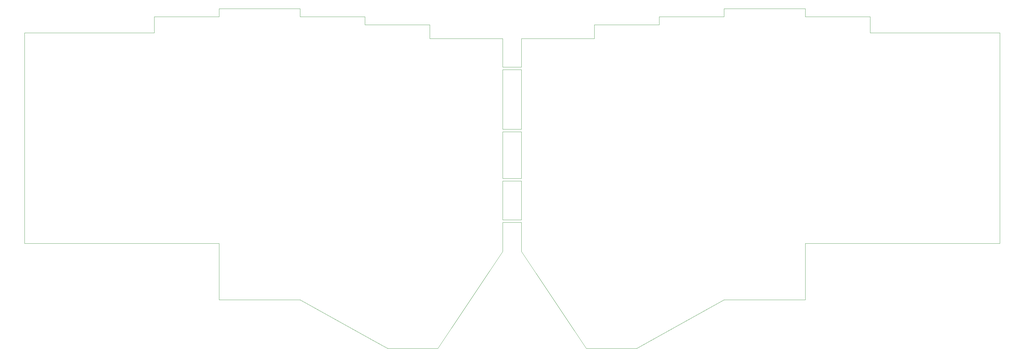
<source format=gbr>
%TF.GenerationSoftware,KiCad,Pcbnew,9.0.6*%
%TF.CreationDate,2025-12-07T00:05:39-06:00*%
%TF.ProjectId,SplitKeyboard,53706c69-744b-4657-9962-6f6172642e6b,rev?*%
%TF.SameCoordinates,Original*%
%TF.FileFunction,Profile,NP*%
%FSLAX46Y46*%
G04 Gerber Fmt 4.6, Leading zero omitted, Abs format (unit mm)*
G04 Created by KiCad (PCBNEW 9.0.6) date 2025-12-07 00:05:39*
%MOMM*%
%LPD*%
G01*
G04 APERTURE LIST*
%TA.AperFunction,Profile*%
%ADD10C,0.050000*%
%TD*%
G04 APERTURE END LIST*
D10*
X152177904Y-102937500D02*
X146675000Y-102937500D01*
X146675000Y-102175000D02*
X152177904Y-102175000D01*
X152178200Y-114375000D02*
X146675000Y-114375000D01*
X146678200Y-115137500D02*
X152178220Y-115137500D01*
X146675000Y-88450000D02*
X152177904Y-88450000D01*
X146675000Y-87687500D02*
X152177904Y-87687500D01*
X146675000Y-70150000D02*
X152177904Y-70150000D01*
X146675000Y-69387500D02*
X152177904Y-69387500D01*
X152178220Y-115137500D02*
X152178200Y-117425000D01*
X152177904Y-102937500D02*
X152178200Y-114375000D01*
X152177904Y-88450000D02*
X152177904Y-102175000D01*
X152177904Y-65193750D02*
X152177904Y-69387500D01*
X146675000Y-68625000D02*
X146675000Y-69387500D01*
X146678200Y-117425000D02*
X146678200Y-115137500D01*
X146675000Y-102937500D02*
X146675000Y-114375000D01*
X146675000Y-88450000D02*
X146675000Y-102175000D01*
X146675000Y-65193750D02*
X146675000Y-68625000D01*
X152177904Y-61062721D02*
X152177904Y-65193750D01*
X254571654Y-54600221D02*
X235521654Y-54600221D01*
X292671654Y-121275221D02*
X237902904Y-121275221D01*
X235521654Y-54600221D02*
X235521654Y-52218971D01*
X171227904Y-152231471D02*
X185991655Y-152231471D01*
X63331250Y-52218750D02*
X87143750Y-52218750D01*
X254571654Y-59362721D02*
X292671654Y-59362721D01*
X106193750Y-54600000D02*
X106193750Y-56981250D01*
X171227904Y-152231471D02*
X152177904Y-123656471D01*
X235521654Y-121275221D02*
X235521654Y-137943971D01*
X235521654Y-137943971D02*
X211709154Y-137943971D01*
X63331250Y-137943750D02*
X87143750Y-137943750D01*
X292671654Y-59362721D02*
X292671654Y-121275221D01*
X146678200Y-119913100D02*
X146678200Y-117806250D01*
X63331250Y-121275000D02*
X63331250Y-137943750D01*
X235521654Y-52218971D02*
X211709154Y-52218971D01*
X173609154Y-61062721D02*
X152177904Y-61062721D01*
X152178200Y-118187500D02*
X152178200Y-117425000D01*
X146675000Y-123656250D02*
X146678200Y-119913100D01*
X127625000Y-152231250D02*
X146675000Y-123656250D01*
X152178200Y-119543100D02*
X152177904Y-123656471D01*
X6181250Y-121275000D02*
X60950000Y-121275000D01*
X211709154Y-137943971D02*
X190277904Y-149850221D01*
X211709154Y-52218971D02*
X211709154Y-54600221D01*
X190277904Y-149850221D02*
X185991655Y-152231471D01*
X108575000Y-149850000D02*
X112861249Y-152231250D01*
X173609154Y-56981471D02*
X173609154Y-61062721D01*
X211709154Y-54600221D02*
X192659154Y-54600221D01*
X254571654Y-59362721D02*
X254571654Y-54600221D01*
X60950000Y-121275000D02*
X63331250Y-121275000D01*
X63331250Y-54600000D02*
X63331250Y-52218750D01*
X192659154Y-56981471D02*
X173609154Y-56981471D01*
X146678200Y-117806250D02*
X146678200Y-117425000D01*
X106193750Y-56981250D02*
X125243750Y-56981250D01*
X44281250Y-54600000D02*
X63331250Y-54600000D01*
X87143750Y-54600000D02*
X106193750Y-54600000D01*
X127625000Y-152231250D02*
X112861249Y-152231250D01*
X152178200Y-119543100D02*
X152178200Y-118187500D01*
X87143750Y-52218750D02*
X87143750Y-54600000D01*
X192659154Y-54600221D02*
X192659154Y-56981471D01*
X87143750Y-137943750D02*
X108575000Y-149850000D01*
X237902904Y-121275221D02*
X235521654Y-121275221D01*
X44281250Y-59362500D02*
X44281250Y-54600000D01*
X44281250Y-59362500D02*
X6181250Y-59362500D01*
X125243750Y-56981250D02*
X125243750Y-61062500D01*
X6181250Y-59362500D02*
X6181250Y-121275000D01*
X125243750Y-61062500D02*
X146675000Y-61062500D01*
X146675000Y-61743750D02*
X146675000Y-61062500D01*
X146675000Y-62725600D02*
X146675000Y-65193750D01*
X146675000Y-61743750D02*
X146675000Y-62725600D01*
X152177904Y-70150000D02*
X152177904Y-87687500D01*
X146675000Y-70150000D02*
X146675000Y-87687500D01*
M02*

</source>
